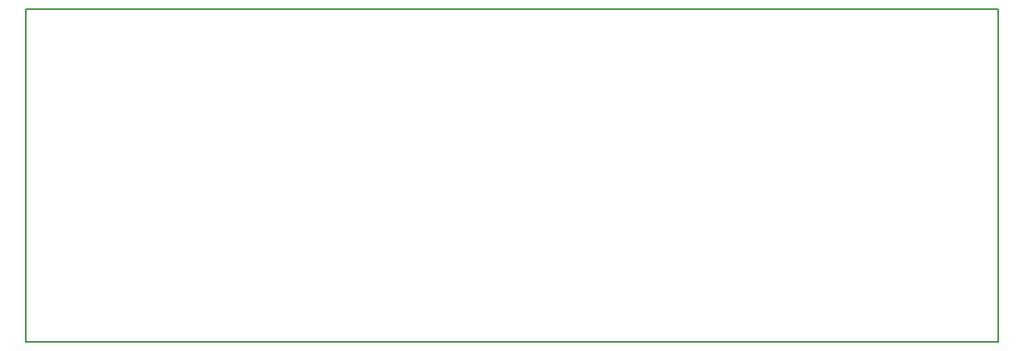
<source format=gm1>
G04 MADE WITH FRITZING*
G04 WWW.FRITZING.ORG*
G04 DOUBLE SIDED*
G04 HOLES PLATED*
G04 CONTOUR ON CENTER OF CONTOUR VECTOR*
%ASAXBY*%
%FSLAX23Y23*%
%MOIN*%
%OFA0B0*%
%SFA1.0B1.0*%
%ADD10R,3.907280X1.344940*%
%ADD11C,0.008000*%
%ADD10C,0.008*%
%LNCONTOUR*%
G90*
G70*
G54D10*
G54D11*
X4Y1341D02*
X3903Y1341D01*
X3903Y4D01*
X4Y4D01*
X4Y1341D01*
D02*
G04 End of contour*
M02*
</source>
